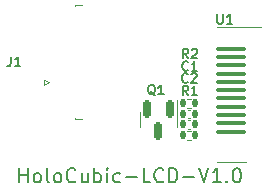
<source format=gbr>
%TF.GenerationSoftware,KiCad,Pcbnew,6.0.4*%
%TF.CreationDate,2022-06-18T10:37:32+08:00*%
%TF.ProjectId,screen_sub_board,73637265-656e-45f7-9375-625f626f6172,rev?*%
%TF.SameCoordinates,Original*%
%TF.FileFunction,Legend,Top*%
%TF.FilePolarity,Positive*%
%FSLAX46Y46*%
G04 Gerber Fmt 4.6, Leading zero omitted, Abs format (unit mm)*
G04 Created by KiCad (PCBNEW 6.0.4) date 2022-06-18 10:37:32*
%MOMM*%
%LPD*%
G01*
G04 APERTURE LIST*
G04 Aperture macros list*
%AMRoundRect*
0 Rectangle with rounded corners*
0 $1 Rounding radius*
0 $2 $3 $4 $5 $6 $7 $8 $9 X,Y pos of 4 corners*
0 Add a 4 corners polygon primitive as box body*
4,1,4,$2,$3,$4,$5,$6,$7,$8,$9,$2,$3,0*
0 Add four circle primitives for the rounded corners*
1,1,$1+$1,$2,$3*
1,1,$1+$1,$4,$5*
1,1,$1+$1,$6,$7*
1,1,$1+$1,$8,$9*
0 Add four rect primitives between the rounded corners*
20,1,$1+$1,$2,$3,$4,$5,0*
20,1,$1+$1,$4,$5,$6,$7,0*
20,1,$1+$1,$6,$7,$8,$9,0*
20,1,$1+$1,$8,$9,$2,$3,0*%
%AMOutline5P*
0 Free polygon, 5 corners , with rotation*
0 The origin of the aperture is its center*
0 number of corners: always 5*
0 $1 to $10 corner X, Y*
0 $11 Rotation angle, in degrees counterclockwise*
0 create outline with 5 corners*
4,1,5,$1,$2,$3,$4,$5,$6,$7,$8,$9,$10,$1,$2,$11*%
%AMOutline6P*
0 Free polygon, 6 corners , with rotation*
0 The origin of the aperture is its center*
0 number of corners: always 6*
0 $1 to $12 corner X, Y*
0 $13 Rotation angle, in degrees counterclockwise*
0 create outline with 6 corners*
4,1,6,$1,$2,$3,$4,$5,$6,$7,$8,$9,$10,$11,$12,$1,$2,$13*%
%AMOutline7P*
0 Free polygon, 7 corners , with rotation*
0 The origin of the aperture is its center*
0 number of corners: always 7*
0 $1 to $14 corner X, Y*
0 $15 Rotation angle, in degrees counterclockwise*
0 create outline with 7 corners*
4,1,7,$1,$2,$3,$4,$5,$6,$7,$8,$9,$10,$11,$12,$13,$14,$1,$2,$15*%
%AMOutline8P*
0 Free polygon, 8 corners , with rotation*
0 The origin of the aperture is its center*
0 number of corners: always 8*
0 $1 to $16 corner X, Y*
0 $17 Rotation angle, in degrees counterclockwise*
0 create outline with 8 corners*
4,1,8,$1,$2,$3,$4,$5,$6,$7,$8,$9,$10,$11,$12,$13,$14,$15,$16,$1,$2,$17*%
G04 Aperture macros list end*
%ADD10C,0.200000*%
%ADD11C,0.150000*%
%ADD12C,0.120000*%
%ADD13RoundRect,0.150000X-0.150000X0.587500X-0.150000X-0.587500X0.150000X-0.587500X0.150000X0.587500X0*%
%ADD14RoundRect,0.135000X0.135000X0.185000X-0.135000X0.185000X-0.135000X-0.185000X0.135000X-0.185000X0*%
%ADD15R,1.100000X0.300000*%
%ADD16R,3.100000X2.300000*%
%ADD17RoundRect,0.140000X0.140000X0.170000X-0.140000X0.170000X-0.140000X-0.170000X0.140000X-0.170000X0*%
%ADD18Outline5P,-1.250000X0.000000X-1.075000X0.175000X1.250000X0.175000X1.250000X-0.175000X-1.250000X-0.175000X0.000000*%
%ADD19RoundRect,0.087500X-1.162500X-0.087500X1.162500X-0.087500X1.162500X0.087500X-1.162500X0.087500X0*%
%ADD20RoundRect,0.135000X-0.135000X-0.185000X0.135000X-0.185000X0.135000X0.185000X-0.135000X0.185000X0*%
G04 APERTURE END LIST*
D10*
X129037142Y-109002857D02*
X129037142Y-107802857D01*
X129037142Y-108374285D02*
X129722857Y-108374285D01*
X129722857Y-109002857D02*
X129722857Y-107802857D01*
X130465714Y-109002857D02*
X130351428Y-108945714D01*
X130294285Y-108888571D01*
X130237142Y-108774285D01*
X130237142Y-108431428D01*
X130294285Y-108317142D01*
X130351428Y-108260000D01*
X130465714Y-108202857D01*
X130637142Y-108202857D01*
X130751428Y-108260000D01*
X130808571Y-108317142D01*
X130865714Y-108431428D01*
X130865714Y-108774285D01*
X130808571Y-108888571D01*
X130751428Y-108945714D01*
X130637142Y-109002857D01*
X130465714Y-109002857D01*
X131551428Y-109002857D02*
X131437142Y-108945714D01*
X131380000Y-108831428D01*
X131380000Y-107802857D01*
X132180000Y-109002857D02*
X132065714Y-108945714D01*
X132008571Y-108888571D01*
X131951428Y-108774285D01*
X131951428Y-108431428D01*
X132008571Y-108317142D01*
X132065714Y-108260000D01*
X132180000Y-108202857D01*
X132351428Y-108202857D01*
X132465714Y-108260000D01*
X132522857Y-108317142D01*
X132580000Y-108431428D01*
X132580000Y-108774285D01*
X132522857Y-108888571D01*
X132465714Y-108945714D01*
X132351428Y-109002857D01*
X132180000Y-109002857D01*
X133780000Y-108888571D02*
X133722857Y-108945714D01*
X133551428Y-109002857D01*
X133437142Y-109002857D01*
X133265714Y-108945714D01*
X133151428Y-108831428D01*
X133094285Y-108717142D01*
X133037142Y-108488571D01*
X133037142Y-108317142D01*
X133094285Y-108088571D01*
X133151428Y-107974285D01*
X133265714Y-107860000D01*
X133437142Y-107802857D01*
X133551428Y-107802857D01*
X133722857Y-107860000D01*
X133780000Y-107917142D01*
X134808571Y-108202857D02*
X134808571Y-109002857D01*
X134294285Y-108202857D02*
X134294285Y-108831428D01*
X134351428Y-108945714D01*
X134465714Y-109002857D01*
X134637142Y-109002857D01*
X134751428Y-108945714D01*
X134808571Y-108888571D01*
X135380000Y-109002857D02*
X135380000Y-107802857D01*
X135380000Y-108260000D02*
X135494285Y-108202857D01*
X135722857Y-108202857D01*
X135837142Y-108260000D01*
X135894285Y-108317142D01*
X135951428Y-108431428D01*
X135951428Y-108774285D01*
X135894285Y-108888571D01*
X135837142Y-108945714D01*
X135722857Y-109002857D01*
X135494285Y-109002857D01*
X135380000Y-108945714D01*
X136465714Y-109002857D02*
X136465714Y-108202857D01*
X136465714Y-107802857D02*
X136408571Y-107860000D01*
X136465714Y-107917142D01*
X136522857Y-107860000D01*
X136465714Y-107802857D01*
X136465714Y-107917142D01*
X137551428Y-108945714D02*
X137437142Y-109002857D01*
X137208571Y-109002857D01*
X137094285Y-108945714D01*
X137037142Y-108888571D01*
X136980000Y-108774285D01*
X136980000Y-108431428D01*
X137037142Y-108317142D01*
X137094285Y-108260000D01*
X137208571Y-108202857D01*
X137437142Y-108202857D01*
X137551428Y-108260000D01*
X138065714Y-108545714D02*
X138980000Y-108545714D01*
X140122857Y-109002857D02*
X139551428Y-109002857D01*
X139551428Y-107802857D01*
X141208571Y-108888571D02*
X141151428Y-108945714D01*
X140980000Y-109002857D01*
X140865714Y-109002857D01*
X140694285Y-108945714D01*
X140580000Y-108831428D01*
X140522857Y-108717142D01*
X140465714Y-108488571D01*
X140465714Y-108317142D01*
X140522857Y-108088571D01*
X140580000Y-107974285D01*
X140694285Y-107860000D01*
X140865714Y-107802857D01*
X140980000Y-107802857D01*
X141151428Y-107860000D01*
X141208571Y-107917142D01*
X141722857Y-109002857D02*
X141722857Y-107802857D01*
X142008571Y-107802857D01*
X142180000Y-107860000D01*
X142294285Y-107974285D01*
X142351428Y-108088571D01*
X142408571Y-108317142D01*
X142408571Y-108488571D01*
X142351428Y-108717142D01*
X142294285Y-108831428D01*
X142180000Y-108945714D01*
X142008571Y-109002857D01*
X141722857Y-109002857D01*
X142922857Y-108545714D02*
X143837142Y-108545714D01*
X144237142Y-107802857D02*
X144637142Y-109002857D01*
X145037142Y-107802857D01*
X146065714Y-109002857D02*
X145380000Y-109002857D01*
X145722857Y-109002857D02*
X145722857Y-107802857D01*
X145608571Y-107974285D01*
X145494285Y-108088571D01*
X145380000Y-108145714D01*
X146580000Y-108888571D02*
X146637142Y-108945714D01*
X146580000Y-109002857D01*
X146522857Y-108945714D01*
X146580000Y-108888571D01*
X146580000Y-109002857D01*
X147380000Y-107802857D02*
X147494285Y-107802857D01*
X147608571Y-107860000D01*
X147665714Y-107917142D01*
X147722857Y-108031428D01*
X147780000Y-108260000D01*
X147780000Y-108545714D01*
X147722857Y-108774285D01*
X147665714Y-108888571D01*
X147608571Y-108945714D01*
X147494285Y-109002857D01*
X147380000Y-109002857D01*
X147265714Y-108945714D01*
X147208571Y-108888571D01*
X147151428Y-108774285D01*
X147094285Y-108545714D01*
X147094285Y-108260000D01*
X147151428Y-108031428D01*
X147208571Y-107917142D01*
X147265714Y-107860000D01*
X147380000Y-107802857D01*
D11*
%TO.C,Q1*%
X140523809Y-101638095D02*
X140447619Y-101600000D01*
X140371428Y-101523809D01*
X140257142Y-101409523D01*
X140180952Y-101371428D01*
X140104761Y-101371428D01*
X140142857Y-101561904D02*
X140066666Y-101523809D01*
X139990476Y-101447619D01*
X139952380Y-101295238D01*
X139952380Y-101028571D01*
X139990476Y-100876190D01*
X140066666Y-100800000D01*
X140142857Y-100761904D01*
X140295238Y-100761904D01*
X140371428Y-100800000D01*
X140447619Y-100876190D01*
X140485714Y-101028571D01*
X140485714Y-101295238D01*
X140447619Y-101447619D01*
X140371428Y-101523809D01*
X140295238Y-101561904D01*
X140142857Y-101561904D01*
X141247619Y-101561904D02*
X140790476Y-101561904D01*
X141019047Y-101561904D02*
X141019047Y-100761904D01*
X140942857Y-100876190D01*
X140866666Y-100952380D01*
X140790476Y-100990476D01*
%TO.C,R1*%
X143316666Y-101611904D02*
X143050000Y-101230952D01*
X142859523Y-101611904D02*
X142859523Y-100811904D01*
X143164285Y-100811904D01*
X143240476Y-100850000D01*
X143278571Y-100888095D01*
X143316666Y-100964285D01*
X143316666Y-101078571D01*
X143278571Y-101154761D01*
X143240476Y-101192857D01*
X143164285Y-101230952D01*
X142859523Y-101230952D01*
X144078571Y-101611904D02*
X143621428Y-101611904D01*
X143850000Y-101611904D02*
X143850000Y-100811904D01*
X143773809Y-100926190D01*
X143697619Y-101002380D01*
X143621428Y-101040476D01*
%TO.C,J1*%
X128308333Y-98361904D02*
X128308333Y-98933333D01*
X128270238Y-99047619D01*
X128194047Y-99123809D01*
X128079761Y-99161904D01*
X128003571Y-99161904D01*
X129108333Y-99161904D02*
X128651190Y-99161904D01*
X128879761Y-99161904D02*
X128879761Y-98361904D01*
X128803571Y-98476190D01*
X128727380Y-98552380D01*
X128651190Y-98590476D01*
%TO.C,C1*%
X143316666Y-99485714D02*
X143278571Y-99523809D01*
X143164285Y-99561904D01*
X143088095Y-99561904D01*
X142973809Y-99523809D01*
X142897619Y-99447619D01*
X142859523Y-99371428D01*
X142821428Y-99219047D01*
X142821428Y-99104761D01*
X142859523Y-98952380D01*
X142897619Y-98876190D01*
X142973809Y-98800000D01*
X143088095Y-98761904D01*
X143164285Y-98761904D01*
X143278571Y-98800000D01*
X143316666Y-98838095D01*
X144078571Y-99561904D02*
X143621428Y-99561904D01*
X143850000Y-99561904D02*
X143850000Y-98761904D01*
X143773809Y-98876190D01*
X143697619Y-98952380D01*
X143621428Y-98990476D01*
%TO.C,U1*%
X145790476Y-94761904D02*
X145790476Y-95409523D01*
X145828571Y-95485714D01*
X145866666Y-95523809D01*
X145942857Y-95561904D01*
X146095238Y-95561904D01*
X146171428Y-95523809D01*
X146209523Y-95485714D01*
X146247619Y-95409523D01*
X146247619Y-94761904D01*
X147047619Y-95561904D02*
X146590476Y-95561904D01*
X146819047Y-95561904D02*
X146819047Y-94761904D01*
X146742857Y-94876190D01*
X146666666Y-94952380D01*
X146590476Y-94990476D01*
%TO.C,R2*%
X143316666Y-98511904D02*
X143050000Y-98130952D01*
X142859523Y-98511904D02*
X142859523Y-97711904D01*
X143164285Y-97711904D01*
X143240476Y-97750000D01*
X143278571Y-97788095D01*
X143316666Y-97864285D01*
X143316666Y-97978571D01*
X143278571Y-98054761D01*
X143240476Y-98092857D01*
X143164285Y-98130952D01*
X142859523Y-98130952D01*
X143621428Y-97788095D02*
X143659523Y-97750000D01*
X143735714Y-97711904D01*
X143926190Y-97711904D01*
X144002380Y-97750000D01*
X144040476Y-97788095D01*
X144078571Y-97864285D01*
X144078571Y-97940476D01*
X144040476Y-98054761D01*
X143583333Y-98511904D01*
X144078571Y-98511904D01*
%TO.C,C2*%
X143266666Y-100485714D02*
X143228571Y-100523809D01*
X143114285Y-100561904D01*
X143038095Y-100561904D01*
X142923809Y-100523809D01*
X142847619Y-100447619D01*
X142809523Y-100371428D01*
X142771428Y-100219047D01*
X142771428Y-100104761D01*
X142809523Y-99952380D01*
X142847619Y-99876190D01*
X142923809Y-99800000D01*
X143038095Y-99761904D01*
X143114285Y-99761904D01*
X143228571Y-99800000D01*
X143266666Y-99838095D01*
X143571428Y-99838095D02*
X143609523Y-99800000D01*
X143685714Y-99761904D01*
X143876190Y-99761904D01*
X143952380Y-99800000D01*
X143990476Y-99838095D01*
X144028571Y-99914285D01*
X144028571Y-99990476D01*
X143990476Y-100104761D01*
X143533333Y-100561904D01*
X144028571Y-100561904D01*
D12*
%TO.C,Q1*%
X142360000Y-103700000D02*
X142360000Y-104350000D01*
X139240000Y-103700000D02*
X139240000Y-104350000D01*
X142360000Y-103700000D02*
X142360000Y-102025000D01*
X139240000Y-103700000D02*
X139240000Y-103050000D01*
%TO.C,R1*%
X143553641Y-105380000D02*
X143246359Y-105380000D01*
X143553641Y-104620000D02*
X143246359Y-104620000D01*
%TO.C,J1*%
X133715000Y-103515000D02*
X133715000Y-103625000D01*
X133715000Y-103625000D02*
X134315000Y-103625000D01*
X131125000Y-100750000D02*
X131525000Y-100550000D01*
X131525000Y-100550000D02*
X131125000Y-100350000D01*
X131125000Y-100350000D02*
X131125000Y-100750000D01*
X133715000Y-93975000D02*
X134315000Y-93975000D01*
X133715000Y-94085000D02*
X133715000Y-93975000D01*
%TO.C,C1*%
X143507836Y-102840000D02*
X143292164Y-102840000D01*
X143507836Y-103560000D02*
X143292164Y-103560000D01*
%TO.C,U1*%
X145725000Y-107250000D02*
X148225000Y-107250000D01*
X145775000Y-95850000D02*
X149475000Y-95850000D01*
%TO.C,R2*%
X143246359Y-101920000D02*
X143553641Y-101920000D01*
X143246359Y-102680000D02*
X143553641Y-102680000D01*
%TO.C,C2*%
X143507836Y-103740000D02*
X143292164Y-103740000D01*
X143507836Y-104460000D02*
X143292164Y-104460000D01*
%TD*%
%LPC*%
D13*
%TO.C,Q1*%
X141750000Y-102762500D03*
X139850000Y-102762500D03*
X140800000Y-104637500D03*
%TD*%
D14*
%TO.C,R1*%
X143910000Y-105000000D03*
X142890000Y-105000000D03*
%TD*%
D15*
%TO.C,J1*%
X130325000Y-100550000D03*
X130325000Y-100050000D03*
X130325000Y-99550000D03*
X130325000Y-99050000D03*
X130325000Y-98550000D03*
X130325000Y-98050000D03*
X130325000Y-97550000D03*
X130325000Y-97050000D03*
D16*
X132025000Y-102220000D03*
X132025000Y-95380000D03*
%TD*%
D17*
%TO.C,C1*%
X143880000Y-103200000D03*
X142920000Y-103200000D03*
%TD*%
D18*
%TO.C,U1*%
X146975000Y-105400000D03*
D19*
X146975000Y-104700000D03*
X146975000Y-104000000D03*
X146975000Y-103300000D03*
X146975000Y-102600000D03*
X146975000Y-101900000D03*
X146975000Y-101200000D03*
X146975000Y-100500000D03*
X146975000Y-99800000D03*
X146975000Y-99100000D03*
X146975000Y-98400000D03*
X146975000Y-97700000D03*
%TD*%
D20*
%TO.C,R2*%
X142890000Y-102300000D03*
X143910000Y-102300000D03*
%TD*%
D17*
%TO.C,C2*%
X143880000Y-104100000D03*
X142920000Y-104100000D03*
%TD*%
M02*

</source>
